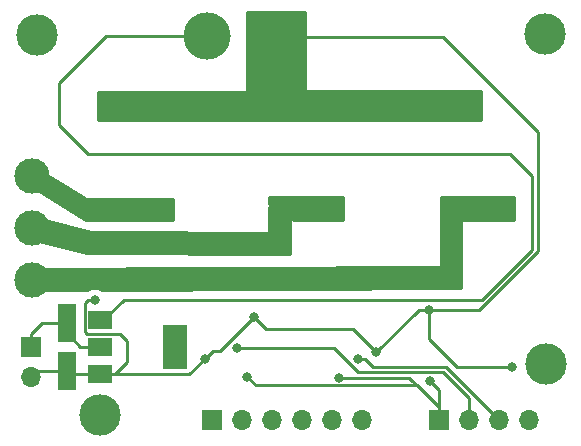
<source format=gbr>
G04 #@! TF.GenerationSoftware,KiCad,Pcbnew,(5.1.5-0-10_14)*
G04 #@! TF.CreationDate,2020-02-25T16:28:57+09:00*
G04 #@! TF.ProjectId,hbldc,68626c64-632e-46b6-9963-61645f706362,rev?*
G04 #@! TF.SameCoordinates,Original*
G04 #@! TF.FileFunction,Copper,L2,Bot*
G04 #@! TF.FilePolarity,Positive*
%FSLAX46Y46*%
G04 Gerber Fmt 4.6, Leading zero omitted, Abs format (unit mm)*
G04 Created by KiCad (PCBNEW (5.1.5-0-10_14)) date 2020-02-25 16:28:57*
%MOMM*%
%LPD*%
G04 APERTURE LIST*
%ADD10C,3.500000*%
%ADD11C,3.000000*%
%ADD12R,1.500000X3.200000*%
%ADD13C,4.000500*%
%ADD14O,1.700000X1.700000*%
%ADD15R,1.700000X1.700000*%
%ADD16R,2.000000X1.500000*%
%ADD17R,2.000000X3.800000*%
%ADD18C,0.800000*%
%ADD19C,0.250000*%
%ADD20C,0.254000*%
G04 APERTURE END LIST*
D10*
X87820000Y-57730000D03*
X125620000Y-53420000D03*
X125460000Y-25470000D03*
X82510000Y-25550000D03*
D11*
X82030000Y-37490000D03*
D12*
X85000000Y-54000000D03*
X85000000Y-50000000D03*
D13*
X96850000Y-25700000D03*
X102700000Y-25720000D03*
D14*
X110000000Y-58200000D03*
X107460000Y-58200000D03*
X104920000Y-58200000D03*
X102380000Y-58200000D03*
X99840000Y-58200000D03*
D15*
X97300000Y-58200000D03*
D11*
X82030000Y-41910000D03*
X82030000Y-46330000D03*
D14*
X124120000Y-58200000D03*
X121580000Y-58200000D03*
X119040000Y-58200000D03*
D15*
X116500000Y-58200000D03*
D14*
X82000000Y-54540000D03*
D15*
X82000000Y-52000000D03*
D16*
X87850000Y-54300000D03*
X87850000Y-49700000D03*
X87850000Y-52000000D03*
D17*
X94150000Y-52000000D03*
D18*
X88690000Y-39950000D03*
X89772500Y-39950000D03*
X90855000Y-39950000D03*
X91937500Y-39950000D03*
X93020000Y-39950000D03*
X93040000Y-40880000D03*
X91957500Y-40880000D03*
X88710000Y-40880000D03*
X89792500Y-40880000D03*
X90875000Y-40880000D03*
X103110000Y-40770000D03*
X105275000Y-40770000D03*
X107440000Y-39840000D03*
X104192500Y-40770000D03*
X106357500Y-40770000D03*
X107440000Y-40770000D03*
X106357500Y-39840000D03*
X103110000Y-39840000D03*
X104192500Y-39840000D03*
X105275000Y-39840000D03*
X121930000Y-40670000D03*
X119745000Y-39740000D03*
X120827500Y-39740000D03*
X121910000Y-39740000D03*
X117580000Y-39740000D03*
X118682500Y-40670000D03*
X120847500Y-40670000D03*
X118662500Y-39740000D03*
X117600000Y-40670000D03*
X119765000Y-40670000D03*
X99400000Y-52100000D03*
X88320000Y-32380000D03*
X90485000Y-32380000D03*
X89402500Y-32380000D03*
X88300000Y-31450000D03*
X89382500Y-31450000D03*
X90465000Y-31450000D03*
X104885000Y-31450000D03*
X103822500Y-32380000D03*
X102740000Y-32380000D03*
X104905000Y-32380000D03*
X103802500Y-31450000D03*
X102720000Y-31450000D03*
X117200000Y-32380000D03*
X118282500Y-32380000D03*
X119345000Y-31450000D03*
X118262500Y-31450000D03*
X117180000Y-31450000D03*
X119365000Y-32380000D03*
X115710000Y-48840000D03*
X122720000Y-53650000D03*
X111230000Y-52440000D03*
X100850000Y-49470000D03*
X96690000Y-52990000D03*
X87360000Y-48000000D03*
X109700000Y-53000000D03*
X108100000Y-54600000D03*
X100300000Y-54500000D03*
X115800000Y-54900000D03*
D19*
X119040000Y-56296410D02*
X119040000Y-58200000D01*
X116893580Y-54149990D02*
X119040000Y-56296410D01*
X109649990Y-54149990D02*
X116893580Y-54149990D01*
X107600000Y-52100000D02*
X109649990Y-54149990D01*
X99400000Y-52100000D02*
X107600000Y-52100000D01*
X85300000Y-54300000D02*
X85000000Y-54000000D01*
X87850000Y-54300000D02*
X85300000Y-54300000D01*
X102700000Y-25720000D02*
X116830000Y-25720000D01*
X116830000Y-25720000D02*
X124920000Y-33810000D01*
X124920000Y-33810000D02*
X124920000Y-43510000D01*
X124920000Y-43510000D02*
X124920000Y-43850000D01*
X124920000Y-43850000D02*
X119930000Y-48840000D01*
X119930000Y-48840000D02*
X115710000Y-48840000D01*
X115710000Y-48840000D02*
X115710000Y-51290000D01*
X115710000Y-51290000D02*
X118070000Y-53650000D01*
X118070000Y-53650000D02*
X122720000Y-53650000D01*
X115710000Y-48840000D02*
X114830000Y-48840000D01*
X114830000Y-48840000D02*
X111230000Y-52440000D01*
X111230000Y-52440000D02*
X109250000Y-50460000D01*
X109250000Y-50460000D02*
X101840000Y-50460000D01*
X101840000Y-50460000D02*
X100850000Y-49470000D01*
X100850000Y-49470000D02*
X98020000Y-52300000D01*
X98020000Y-52300000D02*
X97380000Y-52300000D01*
X97380000Y-52300000D02*
X96690000Y-52990000D01*
X82540000Y-54000000D02*
X82000000Y-54540000D01*
X85000000Y-54000000D02*
X82540000Y-54000000D01*
X87220000Y-47860000D02*
X87360000Y-48000000D01*
X95380000Y-54300000D02*
X96690000Y-52990000D01*
X87850000Y-54300000D02*
X95380000Y-54300000D01*
X86524999Y-50710001D02*
X86739997Y-50924999D01*
X86524999Y-48269316D02*
X86524999Y-50710001D01*
X86739997Y-50924999D02*
X89514999Y-50924999D01*
X86794315Y-48000000D02*
X86524999Y-48269316D01*
X87360000Y-48000000D02*
X86794315Y-48000000D01*
X89514999Y-50924999D02*
X90120000Y-51530000D01*
X89100000Y-54300000D02*
X87850000Y-54300000D01*
X90120000Y-53280000D02*
X89100000Y-54300000D01*
X90120000Y-51530000D02*
X90120000Y-53280000D01*
X110965665Y-53699980D02*
X117079980Y-53699980D01*
X117079980Y-53699980D02*
X120730001Y-57350001D01*
X110265685Y-53000000D02*
X110965665Y-53699980D01*
X120730001Y-57350001D02*
X121580000Y-58200000D01*
X109700000Y-53000000D02*
X110265685Y-53000000D01*
X120153590Y-47980000D02*
X124360000Y-43773590D01*
X89820000Y-47980000D02*
X120153590Y-47980000D01*
X88100000Y-49700000D02*
X89820000Y-47980000D01*
X87850000Y-49700000D02*
X88100000Y-49700000D01*
X124360000Y-43773590D02*
X124360000Y-37480000D01*
X124360000Y-37480000D02*
X122530000Y-35650000D01*
X122530000Y-35650000D02*
X86830000Y-35650000D01*
X86830000Y-35650000D02*
X84350000Y-33170000D01*
X84350000Y-33170000D02*
X84350000Y-29680000D01*
X88330000Y-25700000D02*
X96850000Y-25700000D01*
X84350000Y-29680000D02*
X88330000Y-25700000D01*
X114000000Y-54600000D02*
X116500000Y-57100000D01*
X108100000Y-54600000D02*
X114000000Y-54600000D01*
X116500000Y-57100000D02*
X116500000Y-58200000D01*
X114650000Y-55250000D02*
X116500000Y-57100000D01*
X101050000Y-55250000D02*
X114650000Y-55250000D01*
X101050000Y-55250000D02*
X100300000Y-54500000D01*
X116500000Y-55600000D02*
X116500000Y-58200000D01*
X115800000Y-54900000D02*
X116500000Y-55600000D01*
X84000000Y-50000000D02*
X85000000Y-50000000D01*
X82000000Y-50900000D02*
X82900000Y-50000000D01*
X82900000Y-50000000D02*
X84000000Y-50000000D01*
X82000000Y-52000000D02*
X82000000Y-50900000D01*
X86600000Y-52000000D02*
X87850000Y-52000000D01*
X86150000Y-52000000D02*
X86600000Y-52000000D01*
X85000000Y-50850000D02*
X86150000Y-52000000D01*
X85000000Y-50000000D02*
X85000000Y-50850000D01*
D20*
G36*
X93983000Y-39466589D02*
G01*
X93983000Y-41282588D01*
X86527000Y-41258411D01*
X86527000Y-39442412D01*
X93983000Y-39466589D01*
G37*
X93983000Y-39466589D02*
X93983000Y-41282588D01*
X86527000Y-41258411D01*
X86527000Y-39442412D01*
X93983000Y-39466589D01*
G36*
X108383563Y-41263000D02*
G01*
X104152626Y-41263000D01*
X104156999Y-39990436D01*
X104154560Y-39965224D01*
X104147333Y-39941399D01*
X104135597Y-39919443D01*
X104119803Y-39900197D01*
X104100557Y-39884403D01*
X104078601Y-39872667D01*
X104054776Y-39865440D01*
X104030000Y-39863000D01*
X102147000Y-39863000D01*
X102147000Y-39267000D01*
X108392434Y-39267000D01*
X108383563Y-41263000D01*
G37*
X108383563Y-41263000D02*
X104152626Y-41263000D01*
X104156999Y-39990436D01*
X104154560Y-39965224D01*
X104147333Y-39941399D01*
X104135597Y-39919443D01*
X104119803Y-39900197D01*
X104100557Y-39884403D01*
X104078601Y-39872667D01*
X104054776Y-39865440D01*
X104030000Y-39863000D01*
X102147000Y-39863000D01*
X102147000Y-39267000D01*
X108392434Y-39267000D01*
X108383563Y-41263000D01*
G36*
X103893000Y-42305118D02*
G01*
X103893000Y-44121116D01*
X86637000Y-44048533D01*
X86637000Y-42232535D01*
X103893000Y-42305118D01*
G37*
X103893000Y-42305118D02*
X103893000Y-44121116D01*
X86637000Y-44048533D01*
X86637000Y-42232535D01*
X103893000Y-42305118D01*
G36*
X122893563Y-41283000D02*
G01*
X118530000Y-41283000D01*
X118505224Y-41285440D01*
X118481399Y-41292667D01*
X118459443Y-41304403D01*
X118440197Y-41320197D01*
X118424403Y-41339443D01*
X118412667Y-41361399D01*
X118405440Y-41385224D01*
X118403000Y-41410000D01*
X118403000Y-47036081D01*
X87989224Y-47175650D01*
X87850256Y-47082795D01*
X87661898Y-47004774D01*
X87461939Y-46965000D01*
X87258061Y-46965000D01*
X87058102Y-47004774D01*
X86869744Y-47082795D01*
X86722074Y-47181465D01*
X81067000Y-47207416D01*
X81067000Y-45391434D01*
X116530568Y-45232928D01*
X116555333Y-45230377D01*
X116579125Y-45223043D01*
X116601029Y-45211209D01*
X116620203Y-45195329D01*
X116635911Y-45176014D01*
X116647549Y-45154005D01*
X116654669Y-45130149D01*
X116657000Y-45105929D01*
X116657000Y-39287000D01*
X122902434Y-39287000D01*
X122893563Y-41283000D01*
G37*
X122893563Y-41283000D02*
X118530000Y-41283000D01*
X118505224Y-41285440D01*
X118481399Y-41292667D01*
X118459443Y-41304403D01*
X118440197Y-41320197D01*
X118424403Y-41339443D01*
X118412667Y-41361399D01*
X118405440Y-41385224D01*
X118403000Y-41410000D01*
X118403000Y-47036081D01*
X87989224Y-47175650D01*
X87850256Y-47082795D01*
X87661898Y-47004774D01*
X87461939Y-46965000D01*
X87258061Y-46965000D01*
X87058102Y-47004774D01*
X86869744Y-47082795D01*
X86722074Y-47181465D01*
X81067000Y-47207416D01*
X81067000Y-45391434D01*
X116530568Y-45232928D01*
X116555333Y-45230377D01*
X116579125Y-45223043D01*
X116601029Y-45211209D01*
X116620203Y-45195329D01*
X116635911Y-45176014D01*
X116647549Y-45154005D01*
X116654669Y-45130149D01*
X116657000Y-45105929D01*
X116657000Y-39287000D01*
X122902434Y-39287000D01*
X122893563Y-41283000D01*
G36*
X120063000Y-32802805D02*
G01*
X87637000Y-32753194D01*
X87637000Y-30721680D01*
X87645943Y-30713211D01*
X87660333Y-30692894D01*
X87670483Y-30670161D01*
X87676003Y-30645884D01*
X87677000Y-30630000D01*
X87677000Y-30386883D01*
X120063000Y-30357117D01*
X120063000Y-32802805D01*
G37*
X120063000Y-32802805D02*
X87637000Y-32753194D01*
X87637000Y-30721680D01*
X87645943Y-30713211D01*
X87660333Y-30692894D01*
X87670483Y-30670161D01*
X87676003Y-30645884D01*
X87677000Y-30630000D01*
X87677000Y-30386883D01*
X120063000Y-30357117D01*
X120063000Y-32802805D01*
G36*
X105153000Y-30653000D02*
G01*
X100237000Y-30653000D01*
X100237000Y-23660000D01*
X105153000Y-23660000D01*
X105153000Y-30653000D01*
G37*
X105153000Y-30653000D02*
X100237000Y-30653000D01*
X100237000Y-23660000D01*
X105153000Y-23660000D01*
X105153000Y-30653000D01*
G36*
X103893436Y-42773000D02*
G01*
X102147437Y-42773000D01*
X102156564Y-40117000D01*
X103902563Y-40117000D01*
X103893436Y-42773000D01*
G37*
X103893436Y-42773000D02*
X102147437Y-42773000D01*
X102156564Y-40117000D01*
X103902563Y-40117000D01*
X103893436Y-42773000D01*
G36*
X86572590Y-39405097D02*
G01*
X86438995Y-41191389D01*
X81274209Y-37978797D01*
X82091765Y-36644890D01*
X86572590Y-39405097D01*
G37*
X86572590Y-39405097D02*
X86438995Y-41191389D01*
X81274209Y-37978797D01*
X82091765Y-36644890D01*
X86572590Y-39405097D01*
G36*
X87379600Y-42346108D02*
G01*
X86712738Y-44039587D01*
X81232023Y-42659826D01*
X81804280Y-40863819D01*
X87379600Y-42346108D01*
G37*
X87379600Y-42346108D02*
X86712738Y-44039587D01*
X81232023Y-42659826D01*
X81804280Y-40863819D01*
X87379600Y-42346108D01*
M02*

</source>
